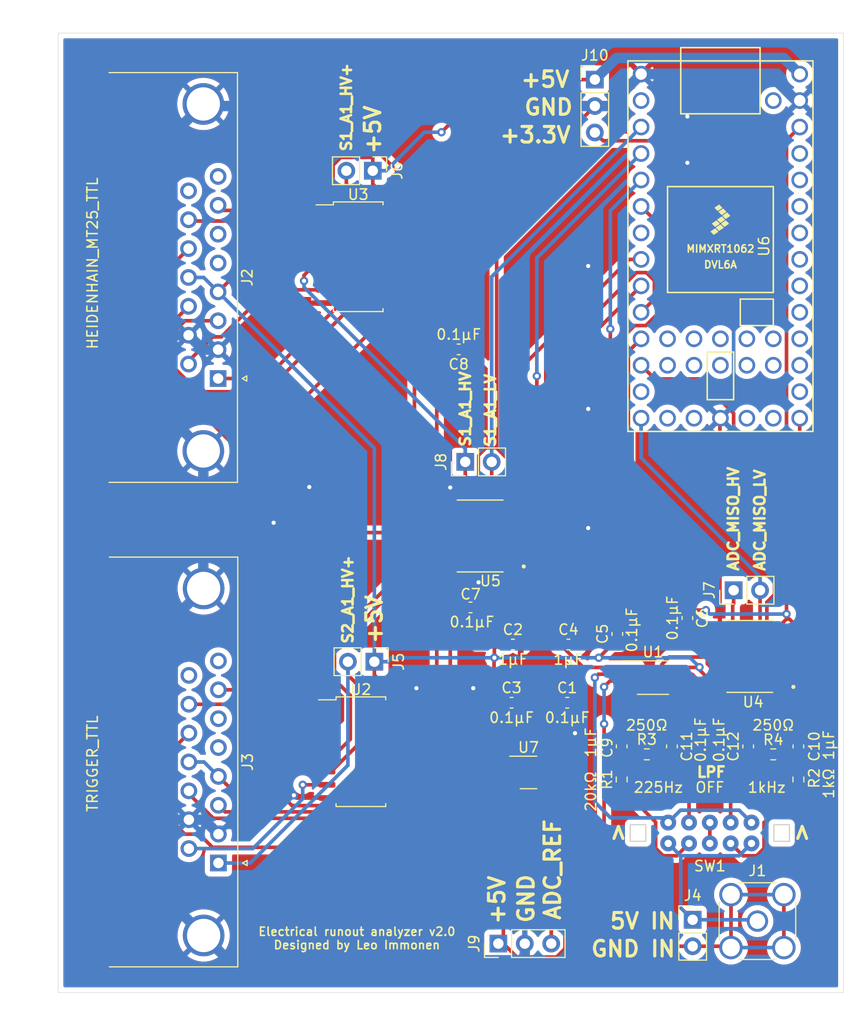
<source format=kicad_pcb>
(kicad_pcb (version 20211014) (generator pcbnew)
  (layers (0 "F.Cu" signal) (31 "B.Cu" signal) (34 "B.Paste" user) (35 "F.Paste" user) (36 "B.SilkS" user "B.Silkscreen") (37 "F.SilkS" user "F.Silkscreen") (38 "B.Mask" user) (39 "F.Mask" user) (44 "Edge.Cuts" user))
  (net 0 "")
  (net 1 "GND")
  (net 4 "/ADC_CLK_LV")
  (net 7 "/ADC_MISO_LV")
  (net 18 "+3V3")
  (net 19 "+5V")
  (net 22 "/ADC_CS_LV")
  (net 23 "/S2_AS_LV")
  (net 24 "/S1_AS_LV")
  (net 25 "/S2_A0_LV")
  (net 26 "/S1_A0_LV")
  (net 28 "/S2_A2_LV")
  (net 29 "/S2_A1_LV")
  (net 30 "/S1_A2_LV")
  (net 31 "/S1_A1_LV")
  (net 43 "/S1_A0_HV")
  (net 44 "/S1_A1_HV")
  (net 45 "/S1_A2_HV")
  (net 46 "/S1_AS_HV")
  (net 47 "/S2_A0_HV")
  (net 48 "/S2_A1_HV")
  (net 49 "/S2_A2_HV")
  (net 50 "/S2_AS_HV")
  (net 61 "/ADC_CS_HV")
  (net 62 "/ADC_MISO_HV")
  (net 63 "/ADC_CLK_HV")
  (net 64 "Net-(C3-Pad1)")
  (net 65 "/ADC_REF")
  (net 66 "/S1_A0_HV-")
  (net 67 "/S1_A0_HV+")
  (net 68 "/S1_A1_HV+")
  (net 69 "/S1_A1_HV-")
  (net 70 "/S1_A2_HV-")
  (net 71 "/S1_A2_HV+")
  (net 75 "/S2_A0_HV-")
  (net 76 "/S2_A0_HV+")
  (net 77 "/S2_A1_HV+")
  (net 78 "/S2_A1_HV-")
  (net 79 "/S2_A2_HV-")
  (net 80 "/S2_A2_HV+")
  (net 84 "Net-(C9-Pad2)")
  (net 85 "Net-(C10-Pad1)")
  (net 94 "/ANALOG_5V_LPF")
  (net 95 "/ANALOG_5V")
  (net 96 "/ANALOG_GND")
  (net 97 "Net-(R1-Pad1)")
  (net 98 "Net-(R2-Pad1)")
  (net 99 "Net-(C11-Pad2)")
  (net 100 "Net-(C12-Pad1)")
  (net 101 "Net-(SW1-Pad2)")
  (footprint "TXB0108PWR:SOP65P640X120-20N" (layer "F.Cu") (at 50.5725 58.293 180)
    (fp_text reference "U5")
    (fp_text value "TXB0108PWR")
  )
  (footprint "Capacitor_SMD:C_0603_1608Metric" (layer "F.Cu") (at 68.9995 78.486 -90)
    (fp_text reference "C11")
    (fp_text value "0.1μF")
  )
  (footprint "Connector_PinHeader_2.54mm:PinHeader_1x02_P2.54mm_Vertical" (layer "F.Cu") (at 40.411 70.358 -90)
    (fp_text reference "J5")
    (fp_text value "Conn_01x02_Female")
  )
  (footprint "Resistor_SMD:R_0603_1608Metric" (layer "F.Cu") (at 66.5865 79.248)
    (fp_text reference "R3")
    (fp_text value "250Ω")
  )
  (footprint "Package_SO:SOIC-16_4.55x10.3mm_P1.27mm" (layer "F.Cu") (at 38.862 31.496)
    (fp_text reference "U3")
    (fp_text value "MC3486N")
  )
  (footprint "Connector_PinHeader_2.54mm:PinHeader_1x02_P2.54mm_Vertical" (layer "F.Cu") (at 74.93 63.5 90)
    (fp_text reference "J7")
    (fp_text value "Conn_01x02_Female")
  )
  (footprint "Connector_PinHeader_2.54mm:PinHeader_1x02_P2.54mm_Vertical" (layer "F.Cu") (at 70.993 95.123)
    (fp_text reference "J4")
    (fp_text value "Conn_01x02_Female")
  )
  (footprint "Capacitor_SMD:C_0603_1608Metric" (layer "F.Cu") (at 63.754 67.691 90)
    (fp_text reference "C5")
    (fp_text value "0.1μF")
  )
  (footprint "Capacitor_SMD:C_0603_1608Metric" (layer "F.Cu") (at 49.657 65.151)
    (fp_text reference "C7")
    (fp_text value "0.1μF")
  )
  (footprint "Connector_PinHeader_2.54mm:PinHeader_1x03_P2.54mm_Vertical" (layer "F.Cu") (at 61.595 14.493)
    (fp_text reference "J10")
    (fp_text value "Conn_01x03_Female")
  )
  (footprint "Capacitor_SMD:C_0603_1608Metric" (layer "F.Cu") (at 53.721 68.707)
    (fp_text reference "C2")
    (fp_text value "1μF")
  )
  (footprint "teensy:Teensy40" (layer "F.Cu") (at 73.66 30.48 -90)
    (fp_text reference "U6")
    (fp_text value "Teensy4.0")
  )
  (footprint "Capacitor_SMD:C_0603_1608Metric" (layer "F.Cu") (at 76.327 78.486 90)
    (fp_text reference "C12")
    (fp_text value "0.1μF")
  )
  (footprint "Connector_Coaxial:SMA_Amphenol_132134-16_Vertical" (layer "F.Cu") (at 77.216 95.25)
    (fp_text reference "J1")
    (fp_text value "Conn_Coaxial")
  )
  (footprint "Capacitor_SMD:C_0603_1608Metric" (layer "F.Cu") (at 58.941 74.295)
    (fp_text reference "C1")
    (fp_text value "0.1μF")
  )
  (footprint "Capacitor_SMD:C_0603_1608Metric" (layer "F.Cu") (at 70.485 66.167 -90)
    (fp_text reference "C6")
    (fp_text value "0.1μF")
  )
  (footprint "SW_DP3T:SW_DP3T" (layer "F.Cu") (at 72.644 86.794019)
    (fp_text reference "SW1")
    (fp_text value "SW_DP3T")
    (fp_rect (start 6.15 -0.8) (end 7.65 0.8) (layer "Edge.Cuts") (width 0.12) (fill none))
    (fp_rect (start -7.65 -0.8) (end -6.15 0.8) (layer "Edge.Cuts") (width 0.12) (fill none))
  )
  (footprint "Capacitor_SMD:C_0603_1608Metric" (layer "F.Cu") (at 48.514 40.386 180)
    (fp_text reference "C8")
    (fp_text value "0.1μF")
  )
  (footprint "Capacitor_SMD:C_0603_1608Metric" (layer "F.Cu") (at 59.055 68.707)
    (fp_text reference "C4")
    (fp_text value "1μF")
  )
  (footprint "Package_TO_SOT_SMD:SOT-23-5" (layer "F.Cu") (at 55.2185 80.985)
    (fp_text reference "U7")
    (fp_text value "TPS793475-EP")
  )
  (footprint "Package_SO:MSOP-8_3x3mm_P0.65mm" (layer "F.Cu") (at 67.183 71.882)
    (fp_text reference "U1")
    (fp_text value "MCP3301")
  )
  (footprint "Resistor_SMD:R_0603_1608Metric" (layer "F.Cu") (at 64.1735 81.661 90)
    (fp_text reference "R1")
    (fp_text value "20kΩ")
  )
  (footprint "Capacitor_SMD:C_0603_1608Metric" (layer "F.Cu") (at 64.1735 78.486 -90)
    (fp_text reference "C9")
    (fp_text value "1μF")
  )
  (footprint "Capacitor_SMD:C_0603_1608Metric" (layer "F.Cu") (at 53.594 74.295)
    (fp_text reference "C3")
    (fp_text value "0.1μF")
  )
  (footprint "Capacitor_SMD:C_0603_1608Metric" (layer "F.Cu") (at 81.153 78.486 90)
    (fp_text reference "C10")
    (fp_text value "1μF")
  )
  (footprint "Package_SO:SOIC-16_4.55x10.3mm_P1.27mm" (layer "F.Cu") (at 39.116 78.994)
    (fp_text reference "U2")
    (fp_text value "MC3486N")
  )
  (footprint "Connector_Dsub:DSUB-15_Female_Horizontal_P2.77x2.84mm_EdgePinOffset7.70mm_Housed_MountingHolesOffset9.12mm" (layer "F.Cu") (at 25.4303 89.675 -90)
    (fp_text reference "J3")
    (fp_text value "TRIGGER_TTL")
  )
  (footprint "Resistor_SMD:R_0603_1608Metric" (layer "F.Cu") (at 81.153 81.661 90)
    (fp_text reference "R2")
    (fp_text value "1kΩ")
  )
  (footprint "Connector_PinHeader_2.54mm:PinHeader_1x03_P2.54mm_Vertical" (layer "F.Cu") (at 52.324 97.409 90)
    (fp_text reference "J9")
    (fp_text value "Conn_01x03_Female")
  )
  (footprint "Connector_PinHeader_2.54mm:PinHeader_1x02_P2.54mm_Vertical" (layer "F.Cu") (at 40.259 23.241 -90)
    (fp_text reference "J6")
    (fp_text value "Conn_01x02_Female")
  )
  (footprint "Connector_Dsub:DSUB-15_Female_Horizontal_P2.77x2.84mm_EdgePinOffset7.70mm_Housed_MountingHolesOffset9.12mm" (layer "F.Cu") (at 25.4 43.18 -90)
    (fp_text reference "J2")
    (fp_text value "HEIDENHAIN_MT25_TTL")
  )
  (footprint "Connector_PinHeader_2.54mm:PinHeader_1x02_P2.54mm_Vertical" (layer "F.Cu") (at 49.144 51.181 90)
    (fp_text reference "J8")
    (fp_text value "Conn_01x02_Female")
  )
  (footprint "TXB0108PWR:SOP65P640X120-20N" (layer "F.Cu") (at 76.4805 69.85 180)
    (fp_text reference "U4")
    (fp_text value "TXB0108PWR")
  )
  (footprint "Resistor_SMD:R_0603_1608Metric" (layer "F.Cu") (at 78.74 79.248 180)
    (fp_text reference "R4")
    (fp_text value "250Ω")
  )
  (gr_rect (start 10.033 10.033) (end 85.471 102.108) (layer "Edge.Cuts") (width 0.05) (fill none))
  (gr_text "ADC_MISO_HV" (at 74.9035 56.642 90) (layer "F.SilkS") (effects (font (size 1 1) (thickness 0.25))))
  (gr_text "ADC_REF" (at 57.531 90.297 90) (layer "F.SilkS") (effects (font (size 1.5 1.5) (thickness 0.3))))
  (gr_text "GND" (at 57.15 17.145) (layer "F.SilkS") (effects (font (size 1.5 1.5) (thickness 0.3))))
  (gr_text "S1_A1_LV" (at 51.562 46.228 90) (layer "F.SilkS") (effects (font (size 1 1) (thickness 0.25))))
  (gr_text "S2_A1_HV+" (at 37.866 64.389 90) (layer "F.SilkS") (effects (font (size 1 1) (thickness 0.25))))
  (gr_text "5V IN" (at 66.167 95.25) (layer "F.SilkS") (effects (font (size 1.5 1.5) (thickness 0.3))))
  (gr_text "S1_A1_HV" (at 49.149 46.101 90) (layer "F.SilkS") (effects (font (size 1 1) (thickness 0.25))))
  (gr_text "OFF" (at 72.644 82.423) (layer "F.SilkS") (effects (font (size 1 1))))
  (gr_text "1kHz" (at 78.105 82.423) (layer "F.SilkS") (effects (font (size 1 1))))
  (gr_text "GND" (at 54.991 93.091 90) (layer "F.SilkS") (effects (font (size 1.5 1.5) (thickness 0.3))))
  (gr_text "Electrical runout analyzer v2.0\nDesigned by Leo Immonen" (at 38.735 96.901) (layer "F.SilkS") (effects (font (size 0.8 0.8))))
  (gr_text "+5V" (at 40.406 66.294 90) (layer "F.SilkS") (effects (font (size 1.5 1.5) (thickness 0.3))))
  (gr_text "+5V" (at 59.309 14.478) (layer "F.SilkS") (effects (font (size 1.5 1.5) (thickness 0.3)) (justify right)))
  (gr_text "ADC_MISO_LV" (at 77.4435 56.769 90) (layer "F.SilkS") (effects (font (size 1 1) (thickness 0.25))))
  (gr_text "225Hz" (at 67.691 82.423) (layer "F.SilkS") (effects (font (size 1 1))))
  (gr_text "GND IN" (at 65.278 97.917) (layer "F.SilkS") (effects (font (size 1.5 1.5) (thickness 0.3))))
  (gr_text "+5V" (at 40.259 19.304 90) (layer "F.SilkS") (effects (font (size 1.5 1.5) (thickness 0.3))))
  (gr_text "+5V" (at 52.197 93.218 90) (layer "F.SilkS") (effects (font (size 1.5 1.5) (thickness 0.3))))
  (gr_text "S1_A1_HV+" (at 37.719 17.145 90) (layer "F.SilkS") (effects (font (size 1 1) (thickness 0.25))))
  (gr_text "LPF" (at 72.771 80.952019) (layer "F.SilkS") (effects (font (size 1 1) (thickness 0.25))))
  (gr_text ">" (at 63.754 86.741 90) (layer "F.SilkS") (effects (font (size 1.5 1.5) (thickness 0.3))))
  (gr_text "+3.3V" (at 55.88 19.812) (layer "F.SilkS") (effects (font (size 1.5 1.5) (thickness 0.3))))
  (gr_text ">" (at 81.407 86.741 90) (layer "F.SilkS") (effects (font (size 1.5 1.5) (thickness 0.3))))
  (segment (start 50.419 62.738) (end 50.419 65.138) (width 0.35) (layer "F.Cu") (net 1))
  (segment (start 29.869 35.941) (end 35.612 35.941) (width 0.35) (layer "F.Cu") (net 1))
  (segment (start 54.081 95.3507) (end 54.081 81.935) (width 0.35) (layer "F.Cu") (net 1))
  (segment (start 64.049 72.857) (end 65.0705 72.857) (width 0.35) (layer "F.Cu") (net 1))
  (segment (start 73.6105 47.0395) (end 73.6105 66.925) (width 0.35) (layer "F.Cu") (net 1))
  (segment (start 59.6877 77.2168) (end 59.716 77.1885) (width 0.35) (layer "F.Cu") (net 1))
  (segment (start 55.4552 67.7478) (end 54.496 68.707) (width 0.35) (layer "F.Cu") (net 1))
  (segment (start 61.595 17.033) (end 47.7025 30.9255) (width 0.35) (layer "F.Cu") (net 1))
  (segment (start 73.66 46.99) (end 73.6105 47.0395) (width 0.35) (layer "F.Cu") (net 1))
  (segment (start 64.1735 77.711) (end 64.1735 72.9815) (width 0.35) (layer "F.Cu") (net 1))
  (segment (start 73.6105 66.925) (end 61.612 66.925) (width 0.35) (layer "F.Cu") (net 1))
  (segment (start 64.1735 72.9815) (end 64.049 72.857) (width 0.35) (layer "F.Cu") (net 1))
  (segment (start 59.716 77.1885) (end 59.716 74.295) (width 0.35) (layer "F.Cu") (net 1))
  (segment (start 47.7025 30.9255) (end 47.7025 55.368) (width 0.35) (layer "F.Cu") (net 1))
  (segment (start 54.081 81.935) (end 54.081 80.985) (width 0.35) (layer "F.Cu") (net 1))
  (segment (start 54.864 97.409) (end 54.864 96.1337) (width 0.35) (layer "F.Cu") (net 1))
  (segment (start 50.432 65.151) (end 50.94 65.151) (width 0.35) (layer "F.Cu") (net 1))
  (segment (start 50.94 65.151) (end 54.496 68.707) (width 0.35) (layer "F.Cu") (net 1))
  (segment (start 50.419 65.138) (end 50.432 65.151) (width 0.35) (layer "F.Cu") (net 1))
  (segment (start 61.612 66.925) (end 59.83 68.707) (width 0.35) (layer "F.Cu") (net 1))
  (segment (start 62.611 74.295) (end 64.049 72.857) (width 0.35) (layer "F.Cu") (net 1))
  (segment (start 59.83 68.707) (end 58.8708 67.7478) (width 0.35) (layer "F.Cu") (net 1))
  (segment (start 59.716 74.295) (end 62.611 74.295) (width 0.35) (layer "F.Cu") (net 1))
  (segment (start 32.67561 83.17869) (end 32.93592 83.439) (width 0.35) (layer "F.Cu") (net 1))
  (segment (start 58.8708 67.7478) (end 55.4552 67.7478) (width 0.35) (layer "F.Cu") (net 1))
  (segment (start 32.93592 83.439) (end 35.866 83.439) (width 0.35) (layer "F.Cu") (net 1))
  (segment (start 25.4 40.41) (end 29.869 35.941) (width 0.35) (layer "F.Cu") (net 1))
  (segment (start 68.9995 77.711) (end 76.327 77.711) (width 0.35) (layer "F.Cu") (net 1))
  (segment (start 64.1735 77.711) (end 68.9995 77.711) (width 0.35) (layer "F.Cu") (net 1))
  (segment (start 76.327 77.711) (end 81.153 77.711) (width 0.35) (layer "F.Cu") (net 1))
  (segment (start 54.369 74.295) (end 54.369 68.834) (width 0.35) (layer "F.Cu") (net 1))
  (segment (start 54.864 96.1337) (end 54.081 95.3507) (width 0.35) (layer "F.Cu") (net 1))
  (segment (start 54.369 68.834) (end 54.496 68.707) (width 0.35) (layer "F.Cu") (net 1))
  (via (at 47.7025 53.6435) (size 0.8) (drill 0.4) (layers "F.Cu" "B.Cu") (net 1))
  (via (at 30.734 57.023) (size 0.8) (drill 0.4) (layers "F.Cu" "B.Cu") (net 1))
  (via (at 44.45 72.898) (size 0.8) (drill 0.4) (layers "F.Cu" "B.Cu") (net 1))
  (via (at 70.485 18.034) (size 0.8) (drill 0.4) (layers "F.Cu" "B.Cu") (net 1))
  (via (at 49.911 72.898) (size 0.8) (drill 0.4) (layers "F.Cu" "B.Cu") (net 1))
  (via (at 60.96 57.531) (size 0.8) (drill 0.4) (layers "F.Cu" "B.Cu") (net 1))
  (via (at 60.96 46.101) (size 0.8) (drill 0.4) (layers "F.Cu" "B.Cu") (net 1))
  (via (at 70.485 22.479) (size 0.8) (drill 0.4) (layers "F.Cu" "B.Cu") (net 1))
  (via (at 34.163 53.594) (size 0.8) (drill 0.4) (layers "F.Cu" "B.Cu") (net 1))
  (via (at 50.419 62.738) (size 0.8) (drill 0.4) (layers "F.Cu" "B.Cu") (net 1))
  (via (at 60.96 32.385) (size 0.8) (drill 0.4) (layers "F.Cu" "B.Cu") (net 1))
  (via (at 59.6877 77.2168) (size 0.8) (drill 0.4) (layers "F.Cu" "B.Cu") (net 1))
  (via (at 32.67561 83.17869) (size 0.8) (drill 0.4) (layers "F.Cu" "B.Cu") (net 1))
  (segment (start 24.0103 63.33) (end 21.0408 66.2995) (width 1) (layer "B.Cu") (net 1))
  (segment (start 74.93 45.72) (end 73.66 46.99) (width 0.35) (layer "B.Cu") (net 1))
  (segment (start 32.67561 83.18889) (end 29.6105 86.254) (width 0.35) (layer "B.Cu") (net 1))
  (segment (start 21.0105 47.1655) (end 23.98 50.135) (width 1) (layer "B.Cu") (net 1))
  (segment (start 21.0105 38.9175) (end 21.0105 47.1655) (width 1) (layer "B.Cu") (net 1))
  (segment (start 80.931341 16.51) (end 78.391341 13.97) (width 1) (layer "B.Cu") (net 1))
  (segment (start 21.118 39.025) (end 21.0105 38.9175) (width 1) (layer "B.Cu") (net 1))
  (segment (start 24.7793 86.254) (end 25.4303 86.905) (width 1) (layer "B.Cu") (net 1))
  (segment (start 21.0408 93.6605) (end 24.0103 96.63) (width 1) (layer "B.Cu") (net 1))
  (segment (start 47.7025 53.6435) (end 50.419 56.36) (width 0.35) (layer "B.Cu") (net 1))
  (segment (start 21.0408 66.2995) (end 21.0408 85.1758) (width 1) (layer "B.Cu") (net 1))
  (segment (start 74.93 22.6857) (end 74.93 45.72) (width 0.35) (layer "B.Cu") (net 1))
  (segment (start 21.0408 85.1758) (end 21.0408 93.6605) (width 1) (layer "B.Cu") (net 1))
  (segment (start 22.56 39.025) (end 21.118 39.025) (width 1) (layer "B.Cu") (net 1))
  (segment (start 54.864 86.487) (end 59.6877 81.6633) (width 0.35) (layer "B.Cu") (net 1))
  (segment (start 21.0105 19.8045) (end 21.0105 38.9175) (width 1) (layer "B.Cu") (net 1))
  (segment (start 62.977 17.033) (end 66.04 13.97) (width 1) (layer "B.Cu") (net 1))
  (segment (start 81.1057 16.51) (end 80.931341 16.51) (width 1) (layer "B.Cu") (net 1))
  (segment (start 23.945 40.41) (end 22.56 39.025) (width 1) (layer "B.Cu") (net 1))
  (segment (start 54.864 98.6111) (end 54.864 97.409) (width 1) (layer "B.Cu") (net 1))
  (segment (start 60.96 46.101) (end 60.96 57.531) (width 1) (layer "B.Cu") (net 1))
  (segment (start 81.1057 16.51) (end 74.93 22.6857) (width 0.35) (layer "B.Cu") (net 1))
  (segment (start 59.6877 81.6633) (end 59.6877 77.2168) (width 0.35) (layer "B.Cu") (net 1))
  (segment (start 54.864 97.409) (end 54.864 86.487) (width 0.35) (layer "B.Cu") (net 1))
  (segment (start 23.98 63.2997) (end 24.0103 63.33) (width 1) (layer "B.Cu") (net 1))
  (segment (start 24.178 17.033) (end 23.98 16.835) (width 1) (layer "B.Cu") (net 1))
  (segment (start 81.28 16.51) (end 81.1057 16.51) (width 1) (layer "B.Cu") (net 1))
  (segment (start 54.4666 99.0085) (end 54.864 98.6111) (width 1) (layer "B.Cu") (net 1))
  (segment (start 24.0103 96.63) (end 26.3888 99.0085) (width 1) (layer "B.Cu") (net 1))
  (segment (start 49.911 72.898) (end 44.45 72.898) (width 1) (layer "B.Cu") (net 1))
  (segment (start 60.96 32.385) (end 60.96 46.101) (width 1) (layer "B.Cu") (net 1))
  (segment (start 23.98 16.835) (end 21.0105 19.8045) (width 1) (layer "B.Cu") (net 1))
  (segment (start 70.485 18.034) (end 70.485 22.479) (width 1) (layer "B.Cu") (net 1))
  (segment (start 22.5903 85.52) (end 21.385 85.52) (width 1) (layer "B.Cu") (net 1))
  (segment (start 24.0453 85.52) (end 24.7793 86.254) (width 1) (layer "B.Cu") (net 1))
  (segment (start 30.734 57.023) (end 34.163 53.594) (width 1) (layer "B.Cu") (net 1))
  (segment (start 50.419 56.36) (end 50.419 62.738) (width 0.35) (layer "B.Cu") (net 1))
  (segment (start 32.67561 83.17869) (end 32.67561 83.18889) (width 0.35) (layer "B.Cu") (net 1))
  (segment (start 61.595 17.033) (end 24.178 17.033) (width 1) (layer "B.Cu") (net 1))
  (segment (start 22.5903 85.52) (end 24.0453 85.52) (width 1) (layer "B.Cu") (net 1))
  (segment (start 29.6105 86.254) (end 24.7793 86.254) (width 0.35) (layer "B.Cu") (net 1))
  (segment (start 21.385 85.52) (end 21.0408 85.1758) (width 1) (layer "B.Cu") (net 1))
  (segment (start 26.3888 99.0085) (end 54.4666 99.0085) (width 1) (layer "B.Cu") (net 1))
  (segment (start 23.98 50.135) (end 23.98 63.2997) (width 1) (layer "B.Cu") (net 1))
  (segment (start 25.4 40.41) (end 23.945 40.41) (width 1) (layer "B.Cu") (net 1))
  (segment (start 78.391341 13.97) (end 66.04 13.97) (width 1) (layer "B.Cu") (net 1))
  (segment (start 61.595 17.033) (end 62.977 17.033) (width 1) (layer "B.Cu") (net 1))
  (segment (start 80.5076 72.775) (end 81.28 72.0026) (width 0.35) (layer "F.Cu") (net 4))
  (segment (start 81.28 72.0026) (end 81.28 46.99) (width 0.35) (layer "F.Cu") (net 4))
  (segment (start 79.3505 72.775) (end 80.5076 72.775) (width 0.35) (layer "F.Cu") (net 4))
  (segment (start 77.952 71.475) (end 77.47 70.993) (width 0.35) (layer "F.Cu") (net 7))
  (segment (start 77.47 70.993) (end 77.47 63.5) (width 0.35) (layer "F.Cu") (net 7))
  (segment (start 79.3505 71.475) (end 77.952 71.475) (width 0.35) (layer "F.Cu") (net 7))
  (segment (start 66.04 46.99) (end 66.04 50.7947) (width 0.35) (layer "B.Cu") (net 7))
  (segment (start 77.47 63.5) (end 77.47 62.2247) (width 0.35) (layer "B.Cu") (net 7))
  (segment (start 66.04 50.7947) (end 77.47 62.2247) (width 0.35) (layer "B.Cu") (net 7))
  (segment (start 70.498 65.405) (end 70.485 65.392) (width 0.35) (layer "F.Cu") (net 18))
  (segment (start 72.263 65.405) (end 70.498 65.405) (width 0.35) (layer "F.Cu") (net 18))
  (segment (start 80.01 66.2655) (end 80.2856 66.2655) (width 0.35) (layer "F.Cu") (net 18))
  (segment (start 51.1532 49.8443) (end 50.419 50.5785) (width 0.3) (layer "F.Cu") (net 18))
  (segment (start 80.01 20.32) (end 79.9645 20.3655) (width 0.35) (layer "F.Cu") (net 18))
  (segment (start 53.4425 51.1261) (end 52.1607 49.8443) (width 0.35) (layer "F.Cu") (net 18))
  (segment (start 62.968 20.3655) (end 52.1607 31.1728) (width 0.35) (layer "F.Cu") (net 18))
  (segment (start 80.01 66.2655) (end 79.3505 66.925) (width 0.35) (layer "F.Cu") (net 18))
  (segment (start 80.561 71.8544) (end 80.2904 72.125) (width 0.35) (layer "F.Cu") (net 18))
  (segment (start 79.9645 20.3655) (end 62.968 20.3655) (width 0.35) (layer "F.Cu") (net 18))
  (segment (start 80.2856 66.2655) (end 80.561 66.5409) (width 0.35) (layer "F.Cu") (net 18))
  (segment (start 50.419 50.5785) (end 50.419 58.4753) (width 0.3) (layer "F.Cu") (net 18))
  (segment (start 80.2904 72.125) (end 79.3505 72.125) (width 0.35) (layer "F.Cu") (net 18))
  (segment (start 52.1607 49.8443) (end 51.1532 49.8443) (width 0.3) (layer "F.Cu") (net 18))
  (segment (start 51.1532 49.8443) (end 51.1532 42.2502) (width 0.3) (layer "F.Cu") (net 18))
  (segment (start 52.1607 31.1728) (end 52.1607 49.8443) (width 0.35) (layer "F.Cu") (net 18))
  (segment (start 53.4425 55.368) (end 53.4425 51.1261) (width 0.35) (layer "F.Cu") (net 18))
  (segment (start 80.01 20.32) (end 80.01 65.786) (width 0.35) (layer "F.Cu") (net 18))
  (segment (start 80.01 65.786) (end 80.01 66.2655) (width 0.35) (layer "F.Cu") (net 18))
  (segment (start 81.28 19.05) (end 80.01 20.32) (width 0.35) (layer "F.Cu") (net 18))
  (segment (start 52.5117 60.568) (end 53.4425 60.568) (width 0.3) (layer "F.Cu") (net 18))
  (segment (start 80.561 66.5409) (end 80.561 71.8544) (width 0.35) (layer "F.Cu") (net 18))
  (segment (start 62.968 20.3655) (end 62.3875 20.3655) (width 0.35) (layer "F.Cu") (net 18))
  (segment (start 50.419 58.4753) (end 52.5117 60.568) (width 0.3) (layer "F.Cu") (net 18))
  (segment (start 51.1532 42.2502) (end 49.289 40.386) (width 0.3) (layer "F.Cu") (net 18))
  (segment (start 62.3875 20.3655) (end 61.595 19.573) (width 0.35) (layer "F.Cu") (net 18))
  (via (at 80.01 65.786) (size 0.8) (drill 0.4) (layers "F.Cu" "B.Cu") (net 18))
  (via (at 72.263 65.405) (size 0.8) (drill 0.4) (layers "F.Cu" "B.Cu") (net 18))
  (segment (start 80.01 65.786) (end 72.644 65.786) (width 0.35) (layer "B.Cu") (net 18))
  (segment (start 72.644 65.786) (end 72.263 65.405) (width 0.35) (layer "B.Cu") (net 18))
  (segment (start 40.411 70.358) (end 40.411 71.6333) (width 0.35) (layer "F.Cu") (net 19))
  (segment (start 40.8451 31.2743) (end 41.7018 32.131) (width 0.35) (layer "F.Cu") (net 19))
  (segment (start 37.1832 21.9657) (end 40.259 21.9657) (width 0.35) (layer "F.Cu") (net 19))
  (segment (start 71.582367 70.883589) (end 71.558956 70.907) (width 0.35) (layer "F.Cu") (net 19))
  (segment (start 29.409 30.861) (end 25.4 34.87) (width 0.35) (layer "F.Cu") (net 19))
  (segment (start 73.6105 72.125) (end 72.633 72.125) (width 0.35) (layer "F.Cu") (net 19))
  (segment (start 31.5806 82.3002) (end 31.5806 82.2114) (width 0.35) (layer "F.Cu") (net 19))
  (segment (start 58.7312 74.8602) (end 58.7312 97.884232) (width 0.35) (layer "F.Cu") (net 19))
  (segment (start 35.612 30.861) (end 29.409 30.861) (width 0.35) (layer "F.Cu") (net 19))
  (segment (start 50.17275 68.707) (end 52.946 68.707) (width 0.35) (layer "F.Cu") (net 19))
  (segment (start 53.492 80.035) (end 54.081 80.035) (width 0.35) (layer "F.Cu") (net 19))
  (segment (start 58.7312 97.884232) (end 57.911632 98.7038) (width 0.35) (layer "F.Cu") (net 19))
  (segment (start 42.0315 74.549) (end 41.1079 75.4726) (width 0.35) (layer "F.Cu") (net 19))
  (segment (start 36.444489 24.544789) (end 36.444489 22.704411) (width 0.35) (layer "F.Cu") (net 19))
  (segment (start 31.5806 82.3002) (end 31.5806 83.2497) (width 0.35) (layer "F.Cu") (net 19))
  (segment (start 31.5806 83.2497) (end 32.4977 84.1668) (width 0.35) (layer "F.Cu") (net 19))
  (segment (start 42.366 74.549) (end 42.0315 74.549) (width 0.35) (layer "F.Cu") (net 19))
  (segment (start 31.5806 82.3002) (end 26.3655 82.3002) (width 0.35) (layer "F.Cu") (net 19))
  (segment (start 48.895 61.603853) (end 48.91202 61.586833) (width 0.35) (layer "F.Cu") (net 19))
  (segment (start 61.595 14.493) (end 51.9151 14.493) (width 0.35) (layer "F.Cu") (net 19))
  (segment (start 51.9121 70.0079) (end 51.9121 78.4551) (width 0.35) (layer "F.Cu") (net 19))
  (segment (start 42.112 27.051) (end 40.8451 27.051) (width 0.35) (layer "F.Cu") (net 19))
  (segment (start 32.4977 84.1668) (end 36.7824 84.1668) (width 0.35) (layer "F.Cu") (net 19))
  (segment (start 52.8084 97.409) (end 52.8084 80.782607) (width 0.35) (layer "F.Cu") (net 19))
  (segment (start 42.0315 74.549) (end 42.0315 73.2538) (width 0.35) (layer "F.Cu") (net 19))
  (segment (start 37.5004 29.3878) (end 37.5004 25.6007) (width 0.35) (layer "F.Cu") (net 19))
  (segment (start 41.1079 75.4726) (end 41.1079 79.629) (width 0.35) (layer "F.Cu") (net 19))
  (segment (start 37.5004 25.6007) (end 36.444489 24.544789) (width 0.35) (layer "F.Cu") (net 19))
  (segment (start 36.0272 30.861) (end 37.5004 29.3878) (width 0.35) (layer "F.Cu") (net 19))
  (segment (start 26.3655 82.3002) (end 25.4303 81.365) (width 0.35) (layer "F.Cu") (net 19))
  (segment (start 69.2955 70.907) (end 71.626325 70.907) (width 0.35) (layer "F.Cu") (net 19))
  (segment (start 48.91202 61.586833) (end 48.91202 60.849167) (width 0.35) (layer "F.Cu") (net 19))
  (segment (start 35.433 78.359) (end 35.866 78.359) (width 0.35) (layer "F.Cu") (net 19))
  (segment (start 72.633 72.125) (end 71.649736 71.141736) (width 0.35) (layer "F.Cu") (net 19))
  (segment (start 35.612 30.861) (end 36.0272 30.861) (width 0.35) (layer "F.Cu") (net 19))
  (segment (start 51.9121 78.4551) (end 53.492 80.035) (width 0.35) (layer "F.Cu") (net 19))
  (segment (start 57.911632 98.7038) (end 54.1032 98.7038) (width 0.35) (layer "F.Cu") (net 19))
  (segment (start 41.1079 79.8413) (end 41.1079 79.629) (width 0.35) (layer "F.Cu") (net 19))
  (segment (start 41.1079 79.629) (end 42.366 79.629) (width 0.35) (layer "F.Cu") (net 19))
  (segment (start 71.626325 70.907) (end 71.649736 70.883589) (width 0.35) (layer "F.Cu") (net 19))
  (segment (start 52.946 68.707) (end 52.3395 68.707) (width 0.35) (layer "F.Cu") (net 19))
  (segment (start 51.943 69.977) (end 51.9121 70.0079) (width 0.35) (layer "F.Cu") (net 19))
  (segment (start 51.943 69.1035) (end 52.3395 68.707) (width 0.35) (layer "F.Cu") (net 19))
  (segment (start 53.556007 80.035) (end 54.081 80.035) (width 0.35) (layer "F.Cu") (net 19))
  (segment (start 42.0315 73.2538) (end 40.411 71.6333) (width 0.35) (layer "F.Cu") (net 19))
  (segment (start 52.8084 80.782607) (end 53.556007 80.035) (width 0.35) (layer "F.Cu") (net 19))
  (segment (start 40.8451 25.1024) (end 40.8451 27.051) (width 0.35) (layer "F.Cu") (net 19))
  (segment (start 71.649736 70.883589) (end 71.582367 70.883589) (width 0.35) (layer "F.Cu") (net 19))
  (segment (start 41.7018 32.131) (end 42.112 32.131) (width 0.35) (layer "F.Cu") (net 19))
  (segment (start 63.754 68.466) (end 63.487 68.466) (width 0.35) (layer "F.Cu") (net 19))
  (segment (start 31.5806 82.2114) (end 35.433 78.359) (width 0.35) (layer "F.Cu") (net 19))
  (segment (start 51.943 69.977) (end 51.943 69.1035) (width 0.35) (layer "F.Cu") (net 19))
  (segment (start 36.7824 84.1668) (end 41.1079 79.8413) (width 0.35) (layer "F.Cu") (net 19))
  (segment (start 63.487 68.466) (end 61.976 69.977) (width 0.35) (layer "F.Cu") (net 19))
  (segment (start 48.895 67.42925) (end 50.17275 68.707) (width 0.35) (layer "F.Cu") (net 19))
  (segment (start 40.259 24.5163) (end 40.8451 25.1024) (width 0.35) (layer "F.Cu") (net 19))
  (segment (start 48.91202 60.849167) (end 48.630853 60.568) (width 0.35) (layer "F.Cu") (net 19))
  (segment (start 51.9151 14.493) (end 46.8633 19.5448) (width 0.35) (layer "F.Cu") (net 19))
  (segment (start 58.166 74.295) (end 58.7312 74.8602) (width 0.35) (layer "F.Cu") (net 19))
  (segment (start 48.630853 60.568) (end 47.7025 60.568) (width 0.35) (layer "F.Cu") (net 19))
  (segment (start 54.1032 98.7038) (end 52.8084 97.409) (width 0.35) (layer "F.Cu") (net 19))
  (segment (start 36.444489 22.704411) (end 37.1832 21.9657) (width 0.35) (layer "F.Cu") (net 19))
  (segment (start 40.259 23.241) (end 40.259 24.5163) (width 0.35) (layer "F.Cu") (net 19))
  (segment (start 48.895 67.42925) (end 48.895 61.603853) (width 0.35) (layer "F.Cu") (net 19))
  (segment (start 71.649736 71.141736) (end 71.649736 70.883589) (width 0.35) (layer "F.Cu") (net 19))
  (segment (start 52.8084 97.409) (end 52.324 97.409) (width 0.35) (layer "F.Cu") (net 19))
  (segment (start 40.8451 27.051) (end 40.8451 31.2743) (width 0.35) (layer "F.Cu") (net 19))
  (segment (start 40.259 21.9657) (end 40.259 23.241) (width 0.35) (layer "F.Cu") (net 19))
  (via (at 46.8633 19.5448) (size 0.8) (drill 0.4) (layers "F.Cu" "B.Cu") (net 19))
  (via (at 51.943 69.977) (size 0.8) (drill 0.4) (layers "F.Cu" "B.Cu") (net 19))
  (via (at 61.976 69.977) (size 0.8) (drill 0.4) (layers "F.Cu" "B.Cu") (net 19))
  (via (at 71.649736 70.883589) (size 0.8) (drill 0.4) (layers "F.Cu" "B.Cu") (net 19))
  (segment (start 51.943 69.977) (end 42.0673 69.977) (width 0.35) (layer "B.Cu") (net 19))
  (segment (start 24.015 33.485) (end 25.4 34.87) (width 0.35) (layer "B.Cu") (net 19))
  (segment (start 22.5903 79.98) (end 24.0453 79.98) (width 0.35) (layer "B.Cu") (net 19))
  (segment (start 79.7305 12.4205) (end 63.6675 12.4205) (width 1) (layer "B.Cu") (net 19))
  (segment (start 63.6675 12.4205) (end 61.595 14.493) (width 1) (layer "B.Cu") (net 19))
  (segment (start 45.2305 19.5448) (end 41.5343 23.241) (width 0.35) (layer "B.Cu") (net 19))
  (segment (start 42.0673 69.977) (end 41.6863 70.358) (width 0.35) (layer "B.Cu") (net 19))
  (segment (start 46.8633 19.5448) (end 45.2305 19.5448) (width 0.35) (layer "B.Cu") (net 19))
  (segment (start 24.0453 79.98) (end 25.4303 81.365) (width 0.35) (layer "B.Cu") (net 19))
  (segment (start 40.411 49.881) (end 40.411 70.358) (width 0.35) (layer "B.Cu") (net 19))
  (segment (start 40.259 23.241) (end 41.5343 23.241) (width 0.35) (layer "B.Cu") (net 19))
  (segment (start 22.56 33.485) (end 24.015 33.485) (width 0.35) (layer "B.Cu") (net 19))
  (segment (start 41.6863 70.358) (end 40.411 70.358) (width 0.35) (layer "B.Cu") (net 19))
  (segment (start 25.4 34.87) (end 40.411 49.881) (width 0.35) (layer "B.Cu") (net 19))
  (segment (start 71.649736 70.883589) (end 70.743147 69.977) (width 0.35) (layer "B.Cu") (net 19))
  (segment (start 70.743147 69.977) (end 51.943 69.977) (width 0.35) (layer "B.Cu") (net 19))
  (segment (start 81.28 13.97) (end 79.7305 12.4205) (width 1) (layer "B.Cu") (net 19))
  (segment (start 71.6283 43.2246) (end 67.3546 43.2246) (width 0.35) (layer "F.Cu") (net 22))
  (segment (start 74.93 50.054) (end 74.93 46.5263) (width 0.35) (layer "F.Cu") (net 22))
  (segment (start 67.3546 43.2246) (end 66.04 41.91) (width 0.35) (layer "F.Cu") (net 22))
  (segment (start 78.1223 64.650132) (end 78.867 63.905432) (width 0.35) (layer "F.Cu") (net 22))
  (segment (start 78.318 70.825) (end 78.1223 70.6293) (width 0.35) (layer "F.Cu") (net 22))
  (segment (start 74.93 46.5263) (end 71.6283 43.2246) (width 0.35) (layer "F.Cu") (net 22))
  (segment (start 79.3505 70.825) (end 78.318 70.825) (width 0.35) (layer "F.Cu") (net 22))
  (segment (start 78.1223 70.6293) (end 78.1223 64.650132) (width 0.35) (layer "F.Cu") (net 22))
  (segment (start 78.867 63.905432) (end 78.867 53.991) (width 0.35) (layer "F.Cu") (net 22))
  (segment (start 78.867 53.991) (end 74.93 50.054) (width 0.35) (layer "F.Cu") (net 22))
  (segment (start 54.8892 61.218) (end 53.4425 61.218) (width 0.35) (layer "F.Cu") (net 23))
  (segment (start 66.04 39.37) (end 64.8146 40.5954) (width 0.35) (layer "F.Cu") (net 23))
  (segment (start 64.8146 40.5954) (end 64.8146 51.2926) (width 0.35) (layer "F.Cu") (net 23))
  (segment (start 64.8146 51.2926) (end 54.8892 61.218) (width 0.35) (layer "F.Cu") (net 23))
  (segment (start 54.6235 57.968) (end 56.885 55.7065) (width 0.35) (layer "F.Cu") (net 24))
  (segment (start 53.4425 57.968) (end 54.6235 57.968) (width 0.35) (layer "F.Cu") (net 24))
  (segment (start 56.885 55.7065) (end 56.885 41.713279) (width 0.35) (layer "F.Cu") (net 24))
  (segment (start 66.548 33.02) (end 67.3137 33.7857) (width 0.35) (layer "F.Cu") (net 24))
  (segment (start 67.3137 35.5563) (end 66.04 36.83) (width 0.35) (layer "F.Cu") (net 24))
  (segment (start 67.3137 33.7857) (end 67.3137 35.5563) (width 0.35) (layer "F.Cu") (net 24))
  (segment (start 56.885 41.713279) (end 65.578279 33.02) (width 0.35) (layer "F.Cu") (net 24))
  (segment (start 65.578279 33.02) (end 66.548 33.02) (width 0.35) (layer "F.Cu") (net 24))
  (segment (start 53.4425 58.618) (end 54.8347 58.618) (width 0.35) (layer "F.Cu") (net 25))
  (segment (start 57.7854 42.5446) (end 66.04 34.29) (width 0.35) (layer "F.Cu") (net 25))
  (segment (start 54.8347 58.618) (end 57.7854 55.6673) (width 0.35) (layer "F.Cu") (net 25))
  (segment (start 57.7854 55.6673) (end 57.7854 42.5446) (width 0.35) (layer "F.Cu") (net 25))
  (segment (start 54.8628 55.5608) (end 54.4056 56.018) (width 0.35) (layer "F.Cu") (net 26))
  (segment (start 54.8628 41.7842) (end 54.8628 55.5608) (width 0.35) (layer "F.Cu") (net 26))
  (segment (start 64.897 31.75) (end 54.8628 41.7842) (width 0.35) (layer "F.Cu") (net 26))
  (segment (start 66.04 31.75) (end 64.897 31.75) (width 0.35) (layer "F.Cu") (net 26))
  (segment (start 54.4056 56.018) (end 53.4425 56.018) (width 0.35) (layer "F.Cu") (net 26))
  (segment (start 65.405 38.1) (end 63.8405 39.6645) (width 0.35) (layer "F.Cu") (net 28))
  (segment (start 68.072 36.529721) (end 66.501721 38.1) (width 0.35) (layer "F.Cu") (net 28))
  (segment (start 55.3003 59.918) (end 53.4425 59.918) (width 0.35) (layer "F.Cu") (net 28))
  (segment (start 63.8405 51.3778) (end 55.3003 59.918) (width 0.35) (layer "F.Cu") (net 28))
  (segment (start 63.8405 39.6645) (end 63.8405 51.3778) (width 0.35) (layer "F.Cu") (net 28))
  (segment (start 66.04 26.67) (end 68.072 28.702) (width 0.35) (layer "F.Cu") (net 28))
  (segment (start 68.072 28.702) (end 68.072 36.529721) (width 0.35) (layer "F.Cu") (net 28))
  (segment (start 66.501721 38.1) (end 65.405 38.1) (width 0.35) (layer "F.Cu") (net 28))
  (segment (start 55.0767 59.268) (end 53.4425 59.268) (width 0.35) (layer "F.Cu") (net 29))
  (segment (start 63.0816 51.2631) (end 55.0767 59.268) (width 0.35) (layer "F.Cu") (net 29))
  (segment (start 63.0816 38.4261) (end 63.0816 51.2631) (width 0.35) (layer "F.Cu") (net 29))
  (via (at 63.0816 38.4261) (size 0.8) (drill 0.4) (layers "F.Cu" "B.Cu") (net 29))
  (segment (start 66.04 24.13) (end 63.0816 27.0884) (width 0.35) (layer "B.Cu") (net 29))
  (segment (start 63.0816 27.0884) (end 63.0816 38.4261) (width 0.35) (layer "B.Cu") (net 29))
  (segment (start 54.3924 57.318) (end 56.0224 55.688) (width 0.35) (layer "F.Cu") (net 30))
  (segment (start 53.4425 57.318) (end 54.3924 57.318) (width 0.35) (layer "F.Cu") (net 30))
  (segment (start 56.0224 55.688) (end 56.0224 42.9448) (width 0.35) (layer "F.Cu") (net 30))
  (via (at 56.0224 42.9448) (size 0.8) (drill 0.4) (layers "F.Cu" "B.Cu") (net 30))
  (segment (start 66.04 21.59) (end 56.0224 31.6076) (width 0.35) (layer "B.Cu") (net 30))
  (segment (start 56.0224 31.6076) (end 56.0224 42.9448) (width 0.35) (layer "B.Cu") (net 30))
  (segment (start 52.4097 56.668) (end 53.4425 56.668) (width 0.35) (layer "F.Cu") (net 31))
  (segment (start 51.684 51.181) (end 51.684 55.9423) (width 0.35) (layer "F.Cu") (net 31))
  (segment (start 51.684 55.9423) (end 52.4097 56.668) (width 0.35) (layer "F.Cu") (net 31))
  (segment (start 66.04 19.05) (end 51.684 33.406) (width 0.35) (layer "B.Cu") (net 31))
  (segment (start 51.684 33.406) (end 51.684 51.181) (width 0.35) (layer "B.Cu") (net 31))
  (segment (start 36.8452 26.6155) (end 35.687 25.4573) (width 0.35) (layer "F.Cu") (net 43))
  (segment (start 40.6659 21.338) (end 46.4084 27.0805) (width 0.35) (layer "F.Cu") (net 43))
  (segment (start 35.612 29.591) (end 36.0255 29.591) (width 0.35) (layer "F.Cu") (net 43))
  (segment (start 46.4084 27.0805) (end 46.4084 55.6799) (width 0.35) (layer "F.Cu") (net 43))
  (segment (start 36.8452 28.7713) (end 36.8452 26.6155) (width 0.35) (layer "F.Cu") (net 43))
  (segment (start 46.4084 55.6799) (end 46.7465 56.018) (width 0.35) (layer "F.Cu") (net 43))
  (segment (start 36.0255 29.591) (end 36.8452 28.7713) (width 0.35) (layer "F.Cu") (net 43))
  (segment (start 46.7465 56.018) (end 47.7025 56.018) (width 0.35) (layer "F.Cu") (net 43))
  (segment (start 35.687 25.4573) (end 35.687 22.479) (width 0.35) (layer "F.Cu") (net 43))
  (segment (start 35.687 22.479) (end 36.828 21.338) (width 0.35) (layer "F.Cu") (net 43))
  (segment (start 36.828 21.338) (end 40.6659 21.338) (width 0.35) (layer "F.Cu") (net 43))
  (segment (start 49.144 56.2115) (end 49.144 52.4563) (width 0.35) (layer "F.Cu") (net 44))
  (segment (start 49.144 51.181) (end 49.144 52.4563) (width 0.35) (layer "F.Cu") (net 44))
  (segment (start 34.798 32.131) (end 35.612 32.131) (width 0.35) (layer "F.Cu") (net 44))
  (segment (start 47.7025 56.668) (end 48.6875 56.668) (width 0.35) (layer "F.Cu") (net 44))
  (segment (start 33.655 33.8142) (end 33.655 33.274) (width 0.35) (layer "F.Cu") (net 44))
  (segment (start 48.6875 56.668) (end 49.144 56.2115) (width 0.35) (layer "F.Cu") (net 44))
  (segment (start 33.655 33.274) (end 34.798 32.131) (width 0.35) (layer "F.Cu") (net 44))
  (via (at 33.655 33.8142) (size 0.8) (drill 0.4) (layers "F.Cu" "B.Cu") (net 44))
  (segment (start 33.655 34.4167) (end 49.144 49.9057) (width 0.35) (layer "B.Cu") (net 44))
  (segment (start 33.655 33.8142) (end 33.655 34.4167) (width 0.35) (layer "B.Cu") (net 44))
  (segment (start 49.144 49.9057) (end 49.144 51.181) (width 0.35) (layer "B.Cu") (net 44))
  (segment (start 42.4921 33.401) (end 44.2634 35.1723) (width 0.35) (layer "F.Cu") (net 45))
  (segment (start 46.774147 57.318) (end 47.7025 57.318) (width 0.35) (layer "F.Cu") (net 45))
  (segment (start 42.112 33.401) (end 42.4921 33.401) (width 0.35) (layer "F.Cu") (net 45))
  (segment (start 44.2634 54.8044) (end 46.49298 57.03398) (width 0.35) (layer "F.Cu") (net 45))
  (segment (start 46.49298 57.036833) (end 46.774147 57.318) (width 0.35) (layer "F.Cu") (net 45))
  (segment (start 46.49298 57.03398) (end 46.49298 57.036833) (width 0.35) (layer "F.Cu") (net 45))
  (segment (start 44.2634 35.1723) (end 44.2634 54.8044) (width 0.35) (layer "F.Cu") (net 45))
  (segment (start 22.56 30.715) (end 20.1068 33.1682) (width 0.35) (layer "F.Cu") (net 46))
  (segment (start 20.1068 33.1682) (end 20.1068 42.7784) (width 0.35) (layer "F.Cu") (net 46))
  (segment (start 20.1068 42.7784) (end 35.2964 57.968) (width 0.35) (layer "F.Cu") (net 46))
  (segment (start 35.2964 57.968) (end 47.7025 57.968) (width 0.35) (layer "F.Cu") (net 46))
  (segment (start 46.206 58.618) (end 35.98 68.844) (width 0.35) (layer "F.Cu") (net 47))
  (segment (start 35.98 68.844) (end 35.98 72.3687) (width 0.35) (layer "F.Cu") (net 47))
  (segment (start 36.2204 77.089) (end 35.866 77.089) (width 0.35) (layer "F.Cu") (net 47))
  (segment (start 37.338 75.9714) (end 36.2204 77.089) (width 0.35) (layer "F.Cu") (net 47))
  (segment (start 37.338 73.7267) (end 37.338 75.9714) (width 0.35) (layer "F.Cu") (net 47))
  (segment (start 47.7025 58.618) (end 46.206 58.618) (width 0.35) (layer "F.Cu") (net 47))
  (segment (start 35.98 72.3687) (end 37.338 73.7267) (width 0.35) (layer "F.Cu") (net 47))
  (segment (start 36.5804 69.1738) (end 46.4862 59.268) (width 0.35) (layer "F.Cu") (net 48))
  (segment (start 36.5804 72.0688) (end 36.5804 69.1738) (width 0.35) (layer "F.Cu") (net 48))
  (segment (start 38.1 77.7974) (end 38.1 73.5884) (width 0.35) (layer "F.Cu") (net 48))
  (segment (start 36.2684 79.629) (end 38.1 77.7974) (width 0.35) (layer "F.Cu") (net 48))
  (segment (start 46.4862 59.268) (end 47.7025 59.268) (width 0.35) (layer "F.Cu") (net 48))
  (segment (start 35.866 79.629) (end 36.2684 79.629) (width 0.35) (layer "F.Cu") (net 48))
  (segment (start 38.1 73.5884) (end 36.5804 72.0688) (width 0.35) (layer "F.Cu") (net 48))
  (segment (start 46.6853 59.918) (end 47.7025 59.918) (width 0.35) (layer "F.Cu") (net 49))
  (segment (start 42.366 80.899) (end 42.7897 80.899) (width 0.35) (layer "F.Cu") (net 49))
  (segment (start 46.4092 77.2795) (end 46.4092 60.1941) (width 0.35) (layer "F.Cu") (net 49))
  (segment (start 46.4092 60.1941) (end 46.6853 59.918) (width 0.35) (layer "F.Cu") (net 49))
  (segment (start 42.7897 80.899) (end 46.4092 77.2795) (width 0.35) (layer "F.Cu") (net 49))
  (segment (start 24.8556 88.1712) (end 23.5894 86.905) (width 0.35) (layer "F.Cu") (net 50))
  (segment (start 21.334 86.04) (end 21.334 78.4663) (width 0.35) (layer "F.Cu") (net 50))
  (segment (start 39.2871 88.1712) (end 24.8556 88.1712) (width 0.35) (layer "F.Cu") (net 50))
  (segment (start 47.7025 61.218) (end 47.7025 79.7558) (width 0.35) (layer "F.Cu") (net 50))
  (segment (start 22.199 86.905) (end 21.334 86.04) (width 0.35) (layer "F.Cu") (net 50))
  (segment (start 21.334 78.4663) (end 22.5903 77.21) (width 0.35) (layer "F.Cu") (net 50))
  (segment (start 47.7025 79.7558) (end 39.2871 88.1712) (width 0.35) (layer "F.Cu") (net 50))
  (segment (start 23.5894 86.905) (end 22.199 86.905) (width 0.35) (layer "F.Cu") (net 50))
  (segment (start 73.6105 70.825) (end 72.682147 70.825) (width 0.35) (layer "F.Cu") (net 61))
  (segment (start 68.0456 70.602617) (end 68.0456 72.5519) (width 0.35) (layer "F.Cu") (net 61))
  (segment (start 68.3507 72.857) (end 69.2955 72.857) (width 0.35) (layer "F.Cu") (net 61))
  (segment (start 72.1968 69.9108) (end 68.737417 69.9108) (width 0.35) (layer "F.Cu") (net 61))
  (segment (start 68.0456 72.5519) (end 68.3507 72.857) (width 0.35) (layer "F.Cu") (net 61))
  (segment (start 68.737417 69.9108) (end 68.0456 70.602617) (width 0.35) (layer "F.Cu") (net 61))
  (segment (start 72.40098 70.543833) (end 72.40098 70.11498) (width 0.35) (layer "F.Cu") (net 61))
  (segment (start 72.40098 70.11498) (end 72.1968 69.9108) (width 0.35) (layer "F.Cu") (net 61))
  (segment (start 72.682147 70.825) (end 72.40098 70.543833) (width 0.35) (layer "F.Cu") (net 61))
  (segment (start 74.93 63.5) (end 74.93 64.7753) (width 0.35) (layer "F.Cu") (net 62))
  (segment (start 74.8413 71.475) (end 74.8413 64.864) (width 0.35) (layer "F.Cu") (net 62))
  (segment (start 69.2955 72.207) (end 70.6419 72.207) (width 0.35) (layer "F.Cu") (net 62))
  (segment (start 71.8593 73.4244) (end 74.543 73.4244) (width 0.35) (layer "F.Cu") (net 62))
  (segment (start 74.8413 73.1261) (end 74.8413 71.475) (width 0.35) (layer "F.Cu") (net 62))
  (segment (start 74.543 73.4244) (end 74.8413 73.1261) (width 0.35) (layer "F.Cu") (net 62))
  (segment (start 70.6419 72.207) (end 71.8593 73.4244) (width 0.35) (layer "F.Cu") (net 62))
  (segment (start 73.6105 71.475) (end 74.8413 71.475) (width 0.35) (layer "F.Cu") (net 62))
  (segment (start 74.8413 64.864) (end 74.93 64.7753) (width 0.35) (layer "F.Cu") (net 62))
  (segment (start 72.1551 72.775) (end 73.6105 72.775) (width 0.35) (layer "F.Cu") (net 63))
  (segment (start 70.9557 71.5756) (end 72.1551 72.775) (width 0.35) (layer "F.Cu") (net 63))
  (segment (start 69.2955 71.557) (end 69.3141 71.5756) (width 0.35) (layer "F.Cu") (net 63))
  (segment (start 69.3141 71.5756) (end 70.9557 71.5756) (width 0.35) (layer "F.Cu") (net 63))
  (segment (start 56.154 81.935) (end 56.356 81.935) (width 0.35) (layer "F.Cu") (net 64))
  (segment (start 55.2185 76.6945) (end 55.2185 80.9995) (width 0.35) (layer "F.Cu") (net 64))
  (segment (start 52.819 74.295) (end 55.2185 76.6945) (width 0.35) (layer "F.Cu") (net 64))
  (segment (start 55.2185 80.9995) (end 56.154 81.935) (width 0.35) (layer "F.Cu") (net 64))
  (segment (start 56.356 74.6313) (end 56.356 80.035) (width 0.35) (layer "F.Cu") (net 65))
  (segment (start 57.531 81.21) (end 56.356 80.035) (width 0.35) (layer "F.Cu") (net 65))
  (segment (start 60.48 70.907) (end 60.2802 70.7071) (width 0.35) (layer "F.Cu") (net 65))
  (segment (start 65.0705 70.907) (end 60.48 70.907) (width 0.35) (layer "F.Cu") (net 65))
  (segment (start 57.404 97.409) (end 57.404 96.1337) (width 0.35) (layer "F.Cu") (net 65))
  (segment (start 60.2802 70.7071) (end 56.356 74.6313) (width 0.35) (layer "F.Cu") (net 65))
  (segment (start 60.2802 70.7071) (end 58.28 68.707) (width 0.35) (layer "F.Cu") (net 65))
  (segment (start 57.404 96.1337) (end 57.531 96.0067) (width 0.35) (layer "F.Cu") (net 65))
  (segment (start 57.531 96.0067) (end 57.531 81.21) (width 0.35) (layer "F.Cu") (net 65))
  (segment (start 25.891 27.051) (end 35.612 27.051) (width 0.35) (layer "F.Cu") (net 66))
  (segment (start 25.4 26.56) (end 25.891 27.051) (width 0.35) (layer "F.Cu") (net 66))
  (segment (start 34.417 28.321) (end 35.612 28.321) (width 0.35) (layer "F.Cu") (net 67))
  (segment (start 22.682 28.067) (end 34.163 28.067) (width 0.35) (layer "F.Cu") (net 67))
  (segment (start 22.56 27.945) (end 22.682 28.067) (width 0.35) (layer "F.Cu") (net 67))
  (segment (start 34.163 28.067) (end 34.417 28.321) (width 0.35) (layer "F.Cu") (net 67))
  (segment (start 25.4 43.18) (end 29.972 43.18) (width 0.35) (layer "F.Cu") (net 68))
  (segment (start 36.8542 34.2585) (end 35.9967 33.401) (width 0.35) (layer "F.Cu") (net 68))
  (segment (start 35.9967 33.401) (end 38.1486 31.2491) (width 0.35) (layer "F.Cu") (net 68))
  (segment (start 36.8542 36.2978) (end 36.8542 34.2585) (width 0.35) (layer "F.Cu") (net 68))
  (segment (start 29.972 43.18) (end 36.8542 36.2978) (width 0.35) (layer "F.Cu") (net 68))
  (segment (start 37.719 23.241) (end 37.719 24.5163) (width 0.35) (layer "F.Cu") (net 68))
  (segment (start 35.9967 33.401) (end 35.612 33.401) (width 0.35) (layer "F.Cu") (net 68))
  (segment (start 38.1486 31.2491) (end 38.1486 24.9459) (width 0.35) (layer "F.Cu") (net 68))
  (segment (start 38.1486 24.9459) (end 37.719 24.5163) (width 0.35) (layer "F.Cu") (net 68))
  (segment (start 25.711511 39.185489) (end 30.226 34.671) (width 0.35) (layer "F.Cu") (net 69))
  (segment (start 22.56 41.518279) (end 24.89279 39.185489) (width 0.35) (layer "F.Cu") (net 69))
  (segment (start 22.56 41.795) (end 22.56 41.518279) (width 0.35) (layer "F.Cu") (net 69))
  (segment (start 30.226 34.671) (end 35.612 34.671) (width 0.35) (layer "F.Cu") (net 69))
  (segment (start 24.89279 39.185489) (end 25.711511 39.185489) (width 0.35) (layer "F.Cu") (net 69))
  (segment (start 33.655 45.085) (end 42.112 36.628) (width 0.35) (layer "F.Cu") (net 70))
  (segment (start 22.56 36.255) (end 20.7072 38.1078) (width 0.35) (layer "F.Cu") (net 70))
  (segment (start 20.7072 38.1078) (end 20.7072 42.5297) (width 0.35) (layer "F.Cu") (net 70))
  (segment (start 20.7072 42.5297) (end 23.2625 45.085) (width 0.35) (layer "F.Cu") (net 70))
  (segment (start 23.2625 45.085) (end 33.655 45.085) (width 0.35) (layer "F.Cu") (net 70))
  (segment (start 42.112 36.628) (end 42.112 35.941) (width 0.35) (layer "F.Cu") (net 70))
  (segment (start 23.482 44.45) (end 30.0375 44.45) (width 0.35) (layer "F.Cu") (net 71))
  (segment (start 21.3346 38.518679) (end 21.3346 42.3026) (width 0.35) (layer "F.Cu") (net 71))
  (segment (start 21.3346 42.3026) (end 23.482 44.45) (width 0.35) (layer "F.Cu") (net 71))
  (segment (start 22.213279 37.64) (end 21.3346 38.518679) (width 0.35) (layer "F.Cu") (net 71))
  (segment (start 30.0375 44.45) (end 39.8165 34.671) (width 0.35) (layer "F.Cu") (net 71))
  (segment (start 39.8165 34.671) (end 42.112 34.671) (width 0.35) (layer "F.Cu") (net 71))
  (segment (start 25.4 37.64) (end 22.213279 37.64) (width 0.35) (layer "F.Cu") (net 71))
  (segment (start 32.796 73.055) (end 34.29 74.549) (width 0.35) (layer "F.Cu") (net 75))
  (segment (start 34.29 74.549) (end 35.866 74.549) (width 0.35) (layer "F.Cu") (net 75))
  (segment (start 25.4303 73.055) (end 32.796 73.055) (width 0.35) (layer "F.Cu") (net 75))
  (segment (start 31.2325 75.819) (end 35.866 75.819) (width 0.35) (layer "F.Cu") (net 76))
  (segment (start 29.8535 74.44) (end 31.2325 75.819) (width 0.35) (layer "F.Cu") (net 76))
  (segment (start 22.5903 74.44) (end 29.8535 74.44) (width 0.35) (layer "F.Cu") (net 76))
  (segment (start 38.735 72.4973) (end 38.735 78.4297) (width 0.35) (layer "F.Cu") (net 77))
  (segment (start 36.2657 80.899) (end 35.866 80.899) (width 0.35) (layer "F.Cu") (net 77))
  (segment (start 38.735 78.4297) (end 36.2657 80.899) (width 0.35) (layer "F.Cu") (net 77))
  (segment (start 37.871 71.6333) (end 38.735 72.4973) (width 0.35) (layer "F.Cu") (net 77))
  (segment (start 37.871 70.358) (end 37.871 71.6333) (width 0.35) (layer "F.Cu") (net 77))
  (segment (start 37.871 80.2932) (end 37.871 70.358) (width 0.35) (layer "B.Cu") (net 77))
  (segment (start 28.4892 89.675) (end 37.871 80.2932) (width 0.35) (layer "B.Cu") (net 77))
  (segment (start 25.4303 89.675) (end 28.4892 89.675) (width 0.35) (layer "B.Cu") (net 77))
  (segment (start 33.528 82.169) (end 35.866 82.169) (width 0.35) (layer "F.Cu") (net 78))
  (via (at 33.528 82.169) (size 0.8) (drill 0.4) (layers "F.Cu" "B.Cu") (net 78))
  (segment (start 28.7417 88.29) (end 22.5903 88.29) (width 0.35) (layer "B.Cu") (net 78))
  (segment (start 33.528 82.169) (end 33.528 83.5037) (width 0.35) (layer "B.Cu") (net 78))
  (segment (start 33.528 83.5037) (end 28.7417 88.29) (width 0.35) (layer "B.Cu") (net 78))
  (segment (start 41.22365 85.3868) (end 42.366 84.24445) (width 0.35) (layer "F.Cu") (net 79))
  (segment (start 22.5903 83.0364) (end 24.9407 85.3868) (width 0.35) (layer "F.Cu") (net 79))
  (segment (start 22.5903 82.75) (end 22.5903 83.0364) (width 0.35) (layer "F.Cu") (net 79))
  (segment (start 24.9407 85.3868) (end 41.22365 85.3868) (width 0.35) (layer "F.Cu") (net 79))
  (segment (start 42.366 84.24445) (end 42.366 83.439) (width 0.35) (layer "F.Cu") (net 79))
  (segment (start 25.4303 84.135) (end 26.0624 84.7671) (width 0.35) (layer "F.Cu") (net 80))
  (segment (start 40.5395 82.169) (end 42.366 82.169) (width 0.35) (layer "F.Cu") (net 80))
  (segment (start 26.0624 84.7671) (end 37.9414 84.7671) (width 0.35) (layer "F.Cu") (net 80))
  (segment (start 37.9414 84.7671) (end 40.5395 82.169) (width 0.35) (layer "F.Cu") (net 80))
  (segment (start 64.1735 79.261) (end 65.7485 79.261) (width 0.35) (layer "F.Cu") (net 84))
  (segment (start 64.1735 79.261) (end 64.1735 80.836) (width 0.35) (layer "F.Cu") (net 84))
  (segment (start 79.565 79.248) (end 81.14 79.248) (width 0.35) (layer "F.Cu") (net 85))
  (segment (start 81.14 79.248) (end 81.153 79.261) (width 0.35) (layer "F.Cu") (net 85))
  (segment (start 81.153 80.836) (end 81.153 79.261) (width 0.35) (layer "F.Cu") (net 85))
  (segment (start 61.595 71.882) (end 61.92 71.557) (width 0.35) (layer "F.Cu") (net 94))
  (segment (start 61.92 71.557) (end 65.0705 71.557) (width 0.35) (layer "F.Cu") (net 94))
  (via (at 61.595 71.882) (size 0.8) (drill 0.4) (layers "F.Cu" "B.Cu") (net 94))
  (segment (start 69.830511 84.607508) (end 75.457489 84.607508) (width 0.35) (layer "B.Cu") (net 94))
  (segment (start 68.193981 85.344) (end 68.644 85.794019) (width 0.35) (layer "B.Cu") (net 94))
  (segment (start 68.644 85.794019) (end 69.830511 84.607508) (width 0.35) (layer "B.Cu") (net 94))
  (segment (start 63.119 85.344) (end 68.193981 85.344) (width 0.35) (layer "B.Cu") (net 94))
  (segment (start 75.457489 84.607508) (end 76.644 85.794019) (width 0.35) (layer "B.Cu") (net 94))
  (segment (start 61.595 83.82) (end 61.595 71.882) (width 0.35) (layer "B.Cu") (net 94))
  (segment (start 63.119 85.344) (end 61.595 83.82) (width 0.35) (layer "B.Cu") (net 94))
  (segment (start 77.089 95.123) (end 77.216 95.25) (width 0.35) (layer "B.Cu") (net 95))
  (segment (start 69.830511 88.98053) (end 75.457489 88.98053) (width 0.35) (layer "B.Cu") (net 95))
  (segment (start 69.85 93.98) (end 69.85 89.000019) (width 0.35) (layer "B.Cu") (net 95))
  (segment (start 69.85 89.000019) (end 69.830511 88.98053) (width 0.35) (layer "B.Cu") (net 95))
  (segment (start 70.993 95.123) (end 77.089 95.123) (width 0.35) (layer "B.Cu") (net 95))
  (segment (start 68.644 87.794019) (end 69.830511 88.98053) (width 0.35) (layer "B.Cu") (net 95))
  (segment (start 75.457489 88.98053) (end 76.644 87.794019) (width 0.35) (layer "B.Cu") (net 95))
  (segment (start 70.993 95.123) (end 69.85 93.98) (width 0.35) (layer "B.Cu") (net 95))
  (segment (start 74.549 97.663) (end 74.676 97.79) (width 0.35) (layer "F.Cu") (net 96))
  (segment (start 66.929 97.663) (end 62.484 93.218) (width 0.35) (layer "F.Cu") (net 96))
  (segment (start 62.484 72.771) (end 63.048 72.207) (width 0.35) (layer "F.Cu") (net 96))
  (segment (start 63.048 72.207) (end 65.0705 72.207) (width 0.35) (layer "F.Cu") (net 96))
  (segment (start 74.676 97.79) (end 74.676 92.71) (width 0.35) (layer "F.Cu") (net 96))
  (segment (start 70.993 97.663) (end 66.929 97.663) (width 0.35) (layer "F.Cu") (net 96))
  (segment (start 79.756 92.71) (end 79.756 97.79) (width 0.35) (layer "F.Cu") (net 96))
  (segment (start 62.484 93.218) (end 62.484 76.327) (width 0.35) (layer "F.Cu") (net 96))
  (segment (start 70.993 97.663) (end 74.549 97.663) (width 0.35) (layer "F.Cu") (net 96))
  (via (at 62.484 72.771) (size 0.8) (drill 0.4) (layers "F.Cu" "B.Cu") (net 96))
  (via (at 62.484 76.327) (size 0.8) (drill 0.4) (layers "F.Cu" "B.Cu") (net 96))
  (segment (start 74.676 97.79) (end 79.756 97.79) (width 0.35) (layer "B.Cu") (net 96))
  (segment (start 74.676 92.71) (end 79.756 92.71) (width 0.35) (layer "B.Cu") (net 96))
  (segment (start 62.484 76.327) (end 62.484 72.771) (width 0.35) (layer "B.Cu") (net 96))
  (segment (start 67.437 88.265) (end 67.437 85.7495) (width 0.35) (layer "F.Cu") (net 97))
  (segment (start 68.15253 88.98053) (end 67.437 88.265) (width 0.35) (layer "F.Cu") (net 97))
  (segment (start 70.644 87.794019) (end 69.457489 88.98053) (width 0.35) (layer "F.Cu") (net 97))
  (segment (start 67.437 85.7495) (end 64.1735 82.486) (width 0.35) (layer "F.Cu") (net 97))
  (segment (start 69.457489 88.98053) (end 68.15253 88.98053) (width 0.35) (layer "F.Cu") (net 97))
  (segment (start 75.830511 88.98053) (end 74.644 87.794019) (width 0.35) (layer "F.Cu") (net 98))
  (segment (start 77.851 85.788) (end 81.153 82.486) (width 0.35) (layer "F.Cu") (net 98))
  (segment (start 77.851 88.265) (end 77.851 85.788) (width 0.35) (layer "F.Cu") (net 98))
  (segment (start 77.851 88.265) (end 77.13547 88.98053) (width 0.35) (layer "F.Cu") (net 98))
  (segment (start 77.13547 88.98053) (end 75.830511 88.98053) (width 0.35) (layer "F.Cu") (net 98))
  (segment (start 67.4115 79.248) (end 68.9865 79.248) (width 0.35) (layer "F.Cu") (net 99))
  (segment (start 70.644 80.9055) (end 70.644 85.794019) (width 0.35) (layer "F.Cu") (net 99))
  (segment (start 70.691 85.191019) (end 70.691 86.286019) (width 0.35) (layer "F.Cu") (net 99))
  (segment (start 68.9995 79.261) (end 70.644 80.9055) (width 0.35) (layer "F.Cu") (net 99))
  (segment (start 77.902 79.261) (end 77.915 79.248) (width 0.35) (layer "F.Cu") (net 100))
  (segment (start 74.644 80.944) (end 74.644 85.794019) (width 0.35) (layer "F.Cu") (net 100))
  (segment (start 76.327 79.261) (end 74.644 80.944) (width 0.35) (layer "F.Cu") (net 100))
  (segment (start 76.327 79.261) (end 77.902 79.261) (width 0.35) (layer "F.Cu") (net 100))
  (segment (start 72.644 87.794019) (end 72.644 85.794019) (width 0.35) (layer "F.Cu") (net 101))
  (zone (net 1) (net_name "GND") (layers F&B.Cu) (name "GND FILL") (connect_pads (clearance 0.508)) (min_thickness 0.254) (fill yes (thermal_gap 0.508) (thermal_bridge_width 0.508))
    (polygon (pts (xy 85.471 6.985) (xy 85.725 104.394) (xy 4.445 104.394) (xy 4.445 6.858)))
  )
)
</source>
